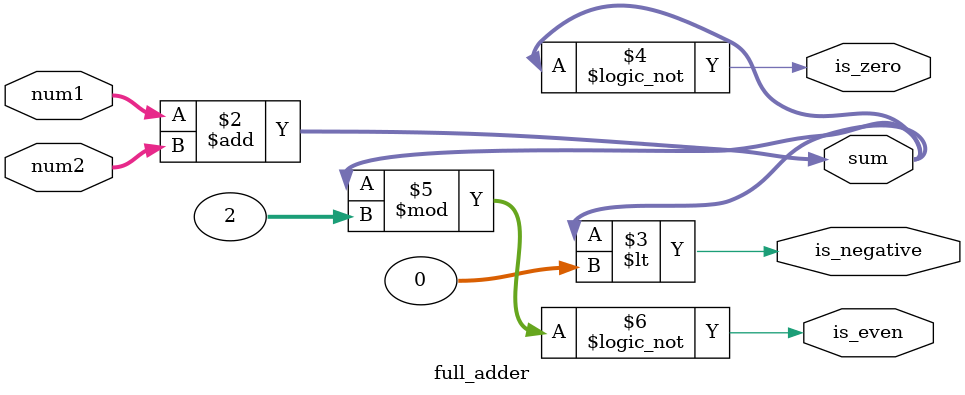
<source format=sv>

parameter N_BITS=8;
module full_adder(
  input logic signed [N_BITS-1:0] num1, input signed [N_BITS-1:0] num2,
  output logic signed [N_BITS-1:0] sum,
  output logic is_negative, is_zero, is_even
);
  always_comb begin
    sum = num1 + num2;
    is_negative = sum < 0;
    is_zero = sum == 0;
    is_even = sum % 2 == 0;
  end
  

endmodule
</source>
